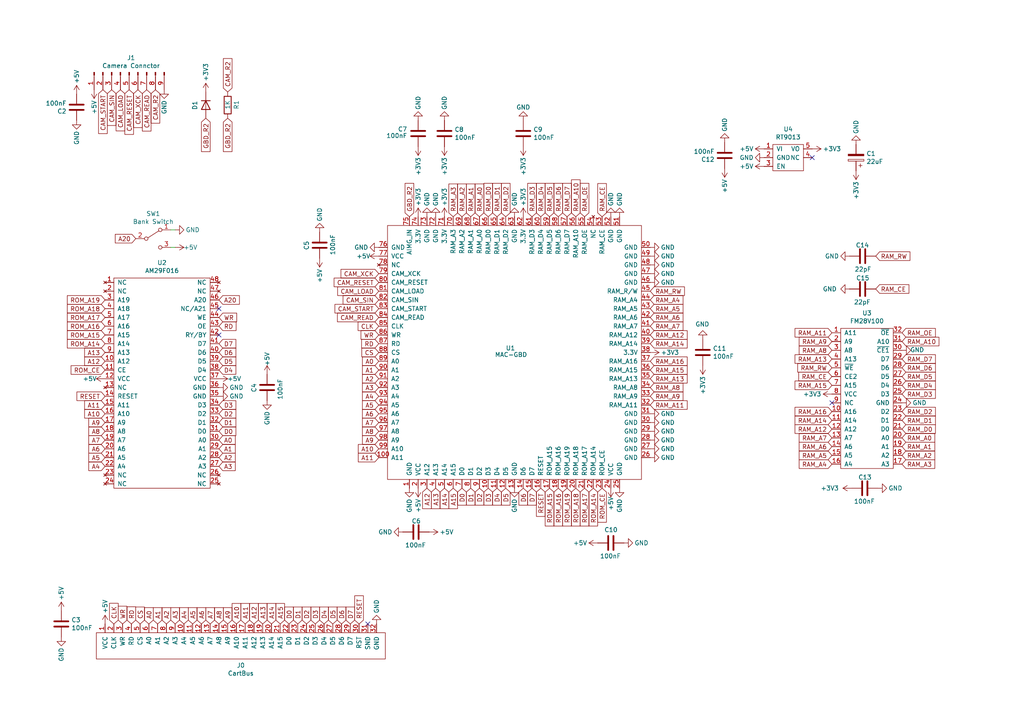
<source format=kicad_sch>
(kicad_sch (version 20230121) (generator eeschema)
  (paper "A4")
  (title_block (title "Gameboy Camera Flashcart Schematic") (date "2023-06-29") (rev "1.0") (company "HDR") (comment 1 "Licensed under CC BY-NC-SA 4.0") (comment 2 "For personal use only"))
  (no_connect (at 63.5 97.155))
  (no_connect (at 235.585 45.72))
  (no_connect (at 63.5 89.535))
  (no_connect (at 241.3 116.84))
  (no_connect (at 106.68 180.975))
  (wire (pts (xy 49.53 71.755) (xy 50.8 71.755)))
  (wire (pts (xy 49.53 66.675) (xy 50.8 66.675)))
  (global_label "RAM_A16" (shape input) (at 241.3 119.38 180) (property "Intersheetrefs" "${INTERSHEET_REFS}" (effects hide)))
  (global_label "D0" (shape input) (at 133.985 141.605 270) (property "Intersheetrefs" "${INTERSHEET_REFS}" (effects hide)))
  (global_label "GBD_R2" (shape input) (at 66.04 34.29 270) (property "Intersheetrefs" "${INTERSHEET_REFS}" (effects hide)))
  (global_label "RAM_A9" (shape input) (at 188.595 114.935 0) (property "Intersheetrefs" "${INTERSHEET_REFS}" (effects hide)))
  (global_label "A2" (shape input) (at 63.5 132.715 0) (property "Intersheetrefs" "${INTERSHEET_REFS}" (effects hide)))
  (global_label "A20" (shape input) (at 39.37 69.215 180) (property "Intersheetrefs" "${INTERSHEET_REFS}" (effects hide)))
  (global_label "RAM_A4" (shape input) (at 241.3 134.62 180) (property "Intersheetrefs" "${INTERSHEET_REFS}" (effects hide)))
  (global_label "A9" (shape input) (at 66.04 180.975 90) (property "Intersheetrefs" "${INTERSHEET_REFS}" (effects hide)))
  (global_label "A12" (shape input) (at 73.66 180.975 90) (property "Intersheetrefs" "${INTERSHEET_REFS}" (effects hide)))
  (global_label "RAM_A10" (shape input) (at 261.62 99.06 0) (property "Intersheetrefs" "${INTERSHEET_REFS}" (effects hide)))
  (global_label "D5" (shape input) (at 63.5 104.775 0) (property "Intersheetrefs" "${INTERSHEET_REFS}" (effects hide)))
  (global_label "RAM_A1" (shape input) (at 261.62 129.54 0) (property "Intersheetrefs" "${INTERSHEET_REFS}" (effects hide)))
  (global_label "RAM_A16" (shape input) (at 188.595 104.775 0) (property "Intersheetrefs" "${INTERSHEET_REFS}" (effects hide)))
  (global_label "D4" (shape input) (at 93.98 180.975 90) (property "Intersheetrefs" "${INTERSHEET_REFS}" (effects hide)))
  (global_label "RAM_A5" (shape input) (at 188.595 89.535 0) (property "Intersheetrefs" "${INTERSHEET_REFS}" (effects hide)))
  (global_label "RAM_A12" (shape input) (at 188.595 97.155 0) (property "Intersheetrefs" "${INTERSHEET_REFS}" (effects hide)))
  (global_label "A11" (shape input) (at 109.855 132.715 180) (property "Intersheetrefs" "${INTERSHEET_REFS}" (effects hide)))
  (global_label "CLK" (shape input) (at 33.02 180.975 90) (property "Intersheetrefs" "${INTERSHEET_REFS}" (effects hide)))
  (global_label "A7" (shape input) (at 60.96 180.975 90) (property "Intersheetrefs" "${INTERSHEET_REFS}" (effects hide)))
  (global_label "A5" (shape input) (at 109.855 117.475 180) (property "Intersheetrefs" "${INTERSHEET_REFS}" (effects hide)))
  (global_label "D3" (shape input) (at 63.5 117.475 0) (property "Intersheetrefs" "${INTERSHEET_REFS}" (effects hide)))
  (global_label "RAM_A14" (shape input) (at 241.3 121.92 180) (property "Intersheetrefs" "${INTERSHEET_REFS}" (effects hide)))
  (global_label "ROM_A19" (shape input) (at 30.48 86.995 180) (property "Intersheetrefs" "${INTERSHEET_REFS}" (effects hide)))
  (global_label "CS" (shape input) (at 109.855 102.235 180) (property "Intersheetrefs" "${INTERSHEET_REFS}" (effects hide)))
  (global_label "WR" (shape input) (at 35.56 180.975 90) (property "Intersheetrefs" "${INTERSHEET_REFS}" (effects hide)))
  (global_label "WR" (shape input) (at 63.5 92.075 0) (property "Intersheetrefs" "${INTERSHEET_REFS}" (effects hide)))
  (global_label "A4" (shape input) (at 109.855 114.935 180) (property "Intersheetrefs" "${INTERSHEET_REFS}" (effects hide)))
  (global_label "ROM_A17" (shape input) (at 30.48 92.075 180) (property "Intersheetrefs" "${INTERSHEET_REFS}" (effects hide)))
  (global_label "A5" (shape input) (at 55.88 180.975 90) (property "Intersheetrefs" "${INTERSHEET_REFS}" (effects hide)))
  (global_label "RAM_A11" (shape input) (at 188.595 117.475 0) (property "Intersheetrefs" "${INTERSHEET_REFS}" (effects hide)))
  (global_label "RAM_D7" (shape input) (at 164.465 62.865 90) (property "Intersheetrefs" "${INTERSHEET_REFS}" (effects hide)))
  (global_label "RAM_CE" (shape input) (at 241.3 109.22 180) (property "Intersheetrefs" "${INTERSHEET_REFS}" (effects hide)))
  (global_label "D7" (shape input) (at 63.5 99.695 0) (property "Intersheetrefs" "${INTERSHEET_REFS}" (effects hide)))
  (global_label "A13" (shape input) (at 76.2 180.975 90) (property "Intersheetrefs" "${INTERSHEET_REFS}" (effects hide)))
  (global_label "RAM_A7" (shape input) (at 188.595 94.615 0) (property "Intersheetrefs" "${INTERSHEET_REFS}" (effects hide)))
  (global_label "RAM_A15" (shape input) (at 241.3 111.76 180) (property "Intersheetrefs" "${INTERSHEET_REFS}" (effects hide)))
  (global_label "RAM_RW" (shape input) (at 241.3 106.68 180) (property "Intersheetrefs" "${INTERSHEET_REFS}" (effects hide)))
  (global_label "D0" (shape input) (at 83.82 180.975 90) (property "Intersheetrefs" "${INTERSHEET_REFS}" (effects hide)))
  (global_label "CAM_START" (shape input) (at 109.855 89.535 180) (property "Intersheetrefs" "${INTERSHEET_REFS}" (effects hide)))
  (global_label "A1" (shape input) (at 109.855 107.315 180) (property "Intersheetrefs" "${INTERSHEET_REFS}" (effects hide)))
  (global_label "RAM_A14" (shape input) (at 188.595 99.695 0) (property "Intersheetrefs" "${INTERSHEET_REFS}" (effects hide)))
  (global_label "CAM_READ" (shape input) (at 42.545 26.035 270) (property "Intersheetrefs" "${INTERSHEET_REFS}" (effects hide)))
  (global_label "D2" (shape input) (at 139.065 141.605 270) (property "Intersheetrefs" "${INTERSHEET_REFS}" (effects hide)))
  (global_label "D4" (shape input) (at 63.5 107.315 0) (property "Intersheetrefs" "${INTERSHEET_REFS}" (effects hide)))
  (global_label "RAM_A0" (shape input) (at 261.62 127 0) (property "Intersheetrefs" "${INTERSHEET_REFS}" (effects hide)))
  (global_label "A3" (shape input) (at 63.5 135.255 0) (property "Intersheetrefs" "${INTERSHEET_REFS}" (effects hide)))
  (global_label "CAM_R2" (shape input) (at 66.04 26.67 90) (property "Intersheetrefs" "${INTERSHEET_REFS}" (effects hide)))
  (global_label "GBD_R2" (shape input) (at 118.745 62.865 90) (property "Intersheetrefs" "${INTERSHEET_REFS}" (effects hide)))
  (global_label "A10" (shape input) (at 109.855 130.175 180) (property "Intersheetrefs" "${INTERSHEET_REFS}" (effects hide)))
  (global_label "ROM_A18" (shape input) (at 30.48 89.535 180) (property "Intersheetrefs" "${INTERSHEET_REFS}" (effects hide)))
  (global_label "ROM_A15" (shape input) (at 30.48 97.155 180) (property "Intersheetrefs" "${INTERSHEET_REFS}" (effects hide)))
  (global_label "A0" (shape input) (at 63.5 127.635 0) (property "Intersheetrefs" "${INTERSHEET_REFS}" (effects hide)))
  (global_label "RAM_A10" (shape input) (at 167.005 62.865 90) (property "Intersheetrefs" "${INTERSHEET_REFS}" (effects hide)))
  (global_label "D6" (shape input) (at 99.06 180.975 90) (property "Intersheetrefs" "${INTERSHEET_REFS}" (effects hide)))
  (global_label "A0" (shape input) (at 43.18 180.975 90) (property "Intersheetrefs" "${INTERSHEET_REFS}" (effects hide)))
  (global_label "CAM_R2" (shape input) (at 45.085 26.035 270) (property "Intersheetrefs" "${INTERSHEET_REFS}" (effects hide)))
  (global_label "RAM_A13" (shape input) (at 188.595 109.855 0) (property "Intersheetrefs" "${INTERSHEET_REFS}" (effects hide)))
  (global_label "A20" (shape input) (at 63.5 86.995 0) (property "Intersheetrefs" "${INTERSHEET_REFS}" (effects hide)))
  (global_label "A2" (shape input) (at 109.855 109.855 180) (property "Intersheetrefs" "${INTERSHEET_REFS}" (effects hide)))
  (global_label "RAM_A4" (shape input) (at 188.595 86.995 0) (property "Intersheetrefs" "${INTERSHEET_REFS}" (effects hide)))
  (global_label "RAM_D1" (shape input) (at 144.145 62.865 90) (property "Intersheetrefs" "${INTERSHEET_REFS}" (effects hide)))
  (global_label "A15" (shape input) (at 131.445 141.605 270) (property "Intersheetrefs" "${INTERSHEET_REFS}" (effects hide)))
  (global_label "A8" (shape input) (at 109.855 125.095 180) (property "Intersheetrefs" "${INTERSHEET_REFS}" (effects hide)))
  (global_label "ROM_A14" (shape input) (at 172.085 141.605 270) (property "Intersheetrefs" "${INTERSHEET_REFS}" (effects hide)))
  (global_label "A15" (shape input) (at 81.28 180.975 90) (property "Intersheetrefs" "${INTERSHEET_REFS}" (effects hide)))
  (global_label "D2" (shape input) (at 88.9 180.975 90) (property "Intersheetrefs" "${INTERSHEET_REFS}" (effects hide)))
  (global_label "A3" (shape input) (at 50.8 180.975 90) (property "Intersheetrefs" "${INTERSHEET_REFS}" (effects hide)))
  (global_label "A10" (shape input) (at 68.58 180.975 90) (property "Intersheetrefs" "${INTERSHEET_REFS}" (effects hide)))
  (global_label "D5" (shape input) (at 96.52 180.975 90) (property "Intersheetrefs" "${INTERSHEET_REFS}" (effects hide)))
  (global_label "RAM_D3" (shape input) (at 154.305 62.865 90) (property "Intersheetrefs" "${INTERSHEET_REFS}" (effects hide)))
  (global_label "A1" (shape input) (at 63.5 130.175 0) (property "Intersheetrefs" "${INTERSHEET_REFS}" (effects hide)))
  (global_label "RAM_A0" (shape input) (at 139.065 62.865 90) (property "Intersheetrefs" "${INTERSHEET_REFS}" (effects hide)))
  (global_label "A13" (shape input) (at 30.48 102.235 180) (property "Intersheetrefs" "${INTERSHEET_REFS}" (effects hide)))
  (global_label "A1" (shape input) (at 45.72 180.975 90) (property "Intersheetrefs" "${INTERSHEET_REFS}" (effects hide)))
  (global_label "CLK" (shape input) (at 109.855 94.615 180) (property "Intersheetrefs" "${INTERSHEET_REFS}" (effects hide)))
  (global_label "D6" (shape input) (at 151.765 141.605 270) (property "Intersheetrefs" "${INTERSHEET_REFS}" (effects hide)))
  (global_label "RAM_A6" (shape input) (at 241.3 129.54 180) (property "Intersheetrefs" "${INTERSHEET_REFS}" (effects hide)))
  (global_label "RAM_A3" (shape input) (at 261.62 134.62 0) (property "Intersheetrefs" "${INTERSHEET_REFS}" (effects hide)))
  (global_label "RESET" (shape input) (at 30.48 114.935 180) (property "Intersheetrefs" "${INTERSHEET_REFS}" (effects hide)))
  (global_label "CAM_SIN" (shape input) (at 32.385 26.035 270) (property "Intersheetrefs" "${INTERSHEET_REFS}" (effects hide)))
  (global_label "A11" (shape input) (at 30.48 117.475 180) (property "Intersheetrefs" "${INTERSHEET_REFS}" (effects hide)))
  (global_label "CAM_LOAD" (shape input) (at 34.925 26.035 270) (property "Intersheetrefs" "${INTERSHEET_REFS}" (effects hide)))
  (global_label "D1" (shape input) (at 86.36 180.975 90) (property "Intersheetrefs" "${INTERSHEET_REFS}" (effects hide)))
  (global_label "D1" (shape input) (at 136.525 141.605 270) (property "Intersheetrefs" "${INTERSHEET_REFS}" (effects hide)))
  (global_label "A8" (shape input) (at 63.5 180.975 90) (property "Intersheetrefs" "${INTERSHEET_REFS}" (effects hide)))
  (global_label "CS" (shape input) (at 40.64 180.975 90) (property "Intersheetrefs" "${INTERSHEET_REFS}" (effects hide)))
  (global_label "CAM_SIN" (shape input) (at 109.855 86.995 180) (property "Intersheetrefs" "${INTERSHEET_REFS}" (effects hide)))
  (global_label "RAM_D3" (shape input) (at 261.62 114.3 0) (property "Intersheetrefs" "${INTERSHEET_REFS}" (effects hide)))
  (global_label "A7" (shape input) (at 30.48 127.635 180) (property "Intersheetrefs" "${INTERSHEET_REFS}" (effects hide)))
  (global_label "RAM_D6" (shape input) (at 261.62 106.68 0) (property "Intersheetrefs" "${INTERSHEET_REFS}" (effects hide)))
  (global_label "RAM_D7" (shape input) (at 261.62 104.14 0) (property "Intersheetrefs" "${INTERSHEET_REFS}" (effects hide)))
  (global_label "RAM_A15" (shape input) (at 188.595 107.315 0) (property "Intersheetrefs" "${INTERSHEET_REFS}" (effects hide)))
  (global_label "A12" (shape input) (at 123.825 141.605 270) (property "Intersheetrefs" "${INTERSHEET_REFS}" (effects hide)))
  (global_label "A4" (shape input) (at 30.48 135.255 180) (property "Intersheetrefs" "${INTERSHEET_REFS}" (effects hide)))
  (global_label "RAM_OE" (shape input) (at 169.545 62.865 90) (property "Intersheetrefs" "${INTERSHEET_REFS}" (effects hide)))
  (global_label "CAM_XCK" (shape input) (at 40.005 26.035 270) (property "Intersheetrefs" "${INTERSHEET_REFS}" (effects hide)))
  (global_label "RAM_A12" (shape input) (at 241.3 124.46 180) (property "Intersheetrefs" "${INTERSHEET_REFS}" (effects hide)))
  (global_label "CAM_XCK" (shape input) (at 109.855 79.375 180) (property "Intersheetrefs" "${INTERSHEET_REFS}" (effects hide)))
  (global_label "CAM_RESET" (shape input) (at 37.465 26.035 270) (property "Intersheetrefs" "${INTERSHEET_REFS}" (effects hide)))
  (global_label "A8" (shape input) (at 30.48 125.095 180) (property "Intersheetrefs" "${INTERSHEET_REFS}" (effects hide)))
  (global_label "RAM_A2" (shape input) (at 133.985 62.865 90) (property "Intersheetrefs" "${INTERSHEET_REFS}" (effects hide)))
  (global_label "ROM_A18" (shape input) (at 167.005 141.605 270) (property "Intersheetrefs" "${INTERSHEET_REFS}" (effects hide)))
  (global_label "RAM_D2" (shape input) (at 146.685 62.865 90) (property "Intersheetrefs" "${INTERSHEET_REFS}" (effects hide)))
  (global_label "RAM_A5" (shape input) (at 241.3 132.08 180) (property "Intersheetrefs" "${INTERSHEET_REFS}" (effects hide)))
  (global_label "ROM_A17" (shape input) (at 169.545 141.605 270) (property "Intersheetrefs" "${INTERSHEET_REFS}" (effects hide)))
  (global_label "RD" (shape input) (at 38.1 180.975 90) (property "Intersheetrefs" "${INTERSHEET_REFS}" (effects hide)))
  (global_label "RAM_D1" (shape input) (at 261.62 121.92 0) (property "Intersheetrefs" "${INTERSHEET_REFS}" (effects hide)))
  (global_label "CAM_READ" (shape input) (at 109.855 92.075 180) (property "Intersheetrefs" "${INTERSHEET_REFS}" (effects hide)))
  (global_label "RD" (shape input) (at 63.5 94.615 0) (property "Intersheetrefs" "${INTERSHEET_REFS}" (effects hide)))
  (global_label "ROM_A16" (shape input) (at 30.48 94.615 180) (property "Intersheetrefs" "${INTERSHEET_REFS}" (effects hide)))
  (global_label "A6" (shape input) (at 109.855 120.015 180) (property "Intersheetrefs" "${INTERSHEET_REFS}" (effects hide)))
  (global_label "CAM_START" (shape input) (at 29.845 26.035 270) (property "Intersheetrefs" "${INTERSHEET_REFS}" (effects hide)))
  (global_label "RAM_A6" (shape input) (at 188.595 92.075 0) (property "Intersheetrefs" "${INTERSHEET_REFS}" (effects hide)))
  (global_label "WR" (shape input) (at 109.855 97.155 180) (property "Intersheetrefs" "${INTERSHEET_REFS}" (effects hide)))
  (global_label "D3" (shape input) (at 91.44 180.975 90) (property "Intersheetrefs" "${INTERSHEET_REFS}" (effects hide)))
  (global_label "RAM_D0" (shape input) (at 141.605 62.865 90) (property "Intersheetrefs" "${INTERSHEET_REFS}" (effects hide)))
  (global_label "ROM_A15" (shape input) (at 159.385 141.605 270) (property "Intersheetrefs" "${INTERSHEET_REFS}" (effects hide)))
  (global_label "RAM_A8" (shape input) (at 188.595 112.395 0) (property "Intersheetrefs" "${INTERSHEET_REFS}" (effects hide)))
  (global_label "RAM_A11" (shape input) (at 241.3 96.52 180) (property "Intersheetrefs" "${INTERSHEET_REFS}" (effects hide)))
  (global_label "ROM_A16" (shape input) (at 161.925 141.605 270) (property "Intersheetrefs" "${INTERSHEET_REFS}" (effects hide)))
  (global_label "D2" (shape input) (at 63.5 120.015 0) (property "Intersheetrefs" "${INTERSHEET_REFS}" (effects hide)))
  (global_label "RAM_D4" (shape input) (at 156.845 62.865 90) (property "Intersheetrefs" "${INTERSHEET_REFS}" (effects hide)))
  (global_label "D0" (shape input) (at 63.5 125.095 0) (property "Intersheetrefs" "${INTERSHEET_REFS}" (effects hide)))
  (global_label "A0" (shape input) (at 109.855 104.775 180) (property "Intersheetrefs" "${INTERSHEET_REFS}" (effects hide)))
  (global_label "RAM_D4" (shape input) (at 261.62 111.76 0) (property "Intersheetrefs" "${INTERSHEET_REFS}" (effects hide)))
  (global_label "RAM_CE" (shape input) (at 174.625 62.865 90) (property "Intersheetrefs" "${INTERSHEET_REFS}" (effects hide)))
  (global_label "A3" (shape input) (at 109.855 112.395 180) (property "Intersheetrefs" "${INTERSHEET_REFS}" (effects hide)))
  (global_label "ROM_CE" (shape input) (at 30.48 107.315 180) (property "Intersheetrefs" "${INTERSHEET_REFS}" (effects hide)))
  (global_label "D7" (shape input) (at 101.6 180.975 90) (property "Intersheetrefs" "${INTERSHEET_REFS}" (effects hide)))
  (global_label "ROM_A14" (shape input) (at 30.48 99.695 180) (property "Intersheetrefs" "${INTERSHEET_REFS}" (effects hide)))
  (global_label "A6" (shape input) (at 30.48 130.175 180) (property "Intersheetrefs" "${INTERSHEET_REFS}" (effects hide)))
  (global_label "RAM_A3" (shape input) (at 131.445 62.865 90) (property "Intersheetrefs" "${INTERSHEET_REFS}" (effects hide)))
  (global_label "D1" (shape input) (at 63.5 122.555 0) (property "Intersheetrefs" "${INTERSHEET_REFS}" (effects hide)))
  (global_label "A11" (shape input) (at 71.12 180.975 90) (property "Intersheetrefs" "${INTERSHEET_REFS}" (effects hide)))
  (global_label "RAM_D2" (shape input) (at 261.62 119.38 0) (property "Intersheetrefs" "${INTERSHEET_REFS}" (effects hide)))
  (global_label "A9" (shape input) (at 109.855 127.635 180) (property "Intersheetrefs" "${INTERSHEET_REFS}" (effects hide)))
  (global_label "RAM_D5" (shape input) (at 159.385 62.865 90) (property "Intersheetrefs" "${INTERSHEET_REFS}" (effects hide)))
  (global_label "ROM_A19" (shape input) (at 164.465 141.605 270) (property "Intersheetrefs" "${INTERSHEET_REFS}" (effects hide)))
  (global_label "A9" (shape input) (at 30.48 122.555 180) (property "Intersheetrefs" "${INTERSHEET_REFS}" (effects hide)))
  (global_label "RAM_CE" (shape input) (at 254 83.82 0) (property "Intersheetrefs" "${INTERSHEET_REFS}" (effects hide)))
  (global_label "A2" (shape input) (at 48.26 180.975 90) (property "Intersheetrefs" "${INTERSHEET_REFS}" (effects hide)))
  (global_label "RAM_A1" (shape input) (at 136.525 62.865 90) (property "Intersheetrefs" "${INTERSHEET_REFS}" (effects hide)))
  (global_label "A14" (shape input) (at 128.905 141.605 270) (property "Intersheetrefs" "${INTERSHEET_REFS}" (effects hide)))
  (global_label "RESET" (shape input) (at 156.845 141.605 270) (property "Intersheetrefs" "${INTERSHEET_REFS}" (effects hide)))
  (global_label "CAM_LOAD" (shape input) (at 109.855 84.455 180) (property "Intersheetrefs" "${INTERSHEET_REFS}" (effects hide)))
  (global_label "RAM_A7" (shape input) (at 241.3 127 180) (property "Intersheetrefs" "${INTERSHEET_REFS}" (effects hide)))
  (global_label "ROM_CE" (shape input) (at 174.625 141.605 270) (property "Intersheetrefs" "${INTERSHEET_REFS}" (effects hide)))
  (global_label "RAM_A9" (shape input) (at 241.3 99.06 180) (property "Intersheetrefs" "${INTERSHEET_REFS}" (effects hide)))
  (global_label "RAM_OE" (shape input) (at 261.62 96.52 0) (property "Intersheetrefs" "${INTERSHEET_REFS}" (effects hide)))
  (global_label "RAM_D6" (shape input) (at 161.925 62.865 90) (property "Intersheetrefs" "${INTERSHEET_REFS}" (effects hide)))
  (global_label "CAM_RESET" (shape input) (at 109.855 81.915 180) (property "Intersheetrefs" "${INTERSHEET_REFS}" (effects hide)))
  (global_label "RAM_RW" (shape input) (at 188.595 84.455 0) (property "Intersheetrefs" "${INTERSHEET_REFS}" (effects hide)))
  (global_label "RESET" (shape input) (at 104.14 180.975 90) (property "Intersheetrefs" "${INTERSHEET_REFS}" (effects hide)))
  (global_label "A4" (shape input) (at 53.34 180.975 90) (property "Intersheetrefs" "${INTERSHEET_REFS}" (effects hide)))
  (global_label "A12" (shape input) (at 30.48 104.775 180) (property "Intersheetrefs" "${INTERSHEET_REFS}" (effects hide)))
  (global_label "RAM_A8" (shape input) (at 241.3 101.6 180) (property "Intersheetrefs" "${INTERSHEET_REFS}" (effects hide)))
  (global_label "D5" (shape input) (at 146.685 141.605 270) (property "Intersheetrefs" "${INTERSHEET_REFS}" (effects hide)))
  (global_label "RAM_A2" (shape input) (at 261.62 132.08 0) (property "Intersheetrefs" "${INTERSHEET_REFS}" (effects hide)))
  (global_label "RD" (shape input) (at 109.855 99.695 180) (property "Intersheetrefs" "${INTERSHEET_REFS}" (effects hide)))
  (global_label "A10" (shape input) (at 30.48 120.015 180) (property "Intersheetrefs" "${INTERSHEET_REFS}" (effects hide)))
  (global_label "GBD_R2" (shape input) (at 59.69 34.29 270) (property "Intersheetrefs" "${INTERSHEET_REFS}" (effects hide)))
  (global_label "A14" (shape input) (at 78.74 180.975 90) (property "Intersheetrefs" "${INTERSHEET_REFS}" (effects hide)))
  (global_label "A5" (shape input) (at 30.48 132.715 180) (property "Intersheetrefs" "${INTERSHEET_REFS}" (effects hide)))
  (global_label "D6" (shape input) (at 63.5 102.235 0) (property "Intersheetrefs" "${INTERSHEET_REFS}" (effects hide)))
  (global_label "D3" (shape input) (at 141.605 141.605 270) (property "Intersheetrefs" "${INTERSHEET_REFS}" (effects hide)))
  (global_label "D4" (shape input) (at 144.145 141.605 270) (property "Intersheetrefs" "${INTERSHEET_REFS}" (effects hide)))
  (global_label "A6" (shape input) (at 58.42 180.975 90) (property "Intersheetrefs" "${INTERSHEET_REFS}" (effects hide)))
  (global_label "D7" (shape input) (at 154.305 141.605 270) (property "Intersheetrefs" "${INTERSHEET_REFS}" (effects hide)))
  (global_label "A13" (shape input) (at 126.365 141.605 270) (property "Intersheetrefs" "${INTERSHEET_REFS}" (effects hide)))
  (global_label "RAM_RW" (shape input) (at 254 74.295 0) (property "Intersheetrefs" "${INTERSHEET_REFS}" (effects hide)))
  (global_label "RAM_D5" (shape input) (at 261.62 109.22 0) (property "Intersheetrefs" "${INTERSHEET_REFS}" (effects hide)))
  (global_label "RAM_A13" (shape input) (at 241.3 104.14 180) (property "Intersheetrefs" "${INTERSHEET_REFS}" (effects hide)))
  (global_label "A7" (shape input) (at 109.855 122.555 180) (property "Intersheetrefs" "${INTERSHEET_REFS}" (effects hide)))
  (global_label "RAM_D0" (shape input) (at 261.62 124.46 0) (property "Intersheetrefs" "${INTERSHEET_REFS}" (effects hide)))
  (symbol (lib_id "MAC-GBD-Flashcart-rescue:CartBus-Gameboy") (at 45.72 183.515 0) (unit 1)
    (property "Reference" "J0" (at 69.85 192.9892 0))
    (property "Value" "CartBus" (at 69.85 195.3006 0))
    (property "Footprint" "Connector_GameBoy:GameBoy_GamePak_CGB-002_P1.50mm_Edge" (effects hide))
  )
  (symbol (lib_id "custom:MAC-GBD") (at 147.955 100.965 0) (unit 1)
    (property "Reference" "U1" (at 146.685 100.965 0) (effects (justify left)))
    (property "Value" "MAC-GBD" (at 143.51 102.87 0) (effects (justify left)))
    (property "Footprint" "Package_QFP:LQFP-100_14x14mm_P0.5mm" (effects hide))
  )
  (symbol (lib_id "Connector:Conn_01x09_Male") (at 37.465 20.955 90) (mirror x) (unit 1)
    (property "Reference" "J1" (at 38.0238 16.764 90))
    (property "Value" "Camera Connctor" (at 38.0238 19.0754 90))
    (property "Footprint" "Custom:JST_B9B-ZR-SM4-TF" (effects hide))
  )
  (symbol (lib_id "power:GND") (at 109.22 180.975 180) (unit 1)
    (property "Reference" "#PWR0101" (effects hide))
    (property "Value" "GND" (at 109.22 175.895 90))
  )
  (symbol (lib_id "power:GND") (at 116.84 154.305 270) (unit 1)
    (property "Reference" "#PWR0122" (effects hide))
    (property "Value" "GND" (at 111.76 154.305 90))
  )
  (symbol (lib_id "power:GND") (at 109.855 71.755 270) (unit 1)
    (property "Reference" "#PWR0146" (effects hide))
    (property "Value" "GND" (at 104.775 71.755 90))
  )
  (symbol (lib_id "power:GND") (at 177.165 62.865 180) (unit 1)
    (property "Reference" "#PWR0145" (effects hide))
    (property "Value" "GND" (at 177.165 57.785 90))
  )
  (symbol (lib_id "power:GND") (at 179.705 62.865 180) (unit 1)
    (property "Reference" "#PWR0144" (effects hide))
    (property "Value" "GND" (at 179.705 57.785 90))
  )
  (symbol (lib_id "power:GND") (at 188.595 71.755 90) (unit 1)
    (property "Reference" "#PWR0143" (effects hide))
    (property "Value" "GND" (at 193.675 71.755 90))
  )
  (symbol (lib_id "power:GND") (at 188.595 74.295 90) (unit 1)
    (property "Reference" "#PWR0142" (effects hide))
    (property "Value" "GND" (at 193.675 74.295 90))
  )
  (symbol (lib_id "power:GND") (at 188.595 76.835 90) (unit 1)
    (property "Reference" "#PWR0141" (effects hide))
    (property "Value" "GND" (at 193.675 76.835 90))
  )
  (symbol (lib_id "power:GND") (at 188.595 79.375 90) (unit 1)
    (property "Reference" "#PWR0140" (effects hide))
    (property "Value" "GND" (at 193.675 79.375 90))
  )
  (symbol (lib_id "power:GND") (at 188.595 81.915 90) (unit 1)
    (property "Reference" "#PWR0139" (effects hide))
    (property "Value" "GND" (at 193.675 81.915 90))
  )
  (symbol (lib_id "power:GND") (at 188.595 120.015 90) (unit 1)
    (property "Reference" "#PWR0138" (effects hide))
    (property "Value" "GND" (at 193.675 120.015 90))
  )
  (symbol (lib_id "power:GND") (at 188.595 122.555 90) (unit 1)
    (property "Reference" "#PWR0137" (effects hide))
    (property "Value" "GND" (at 193.675 122.555 90))
  )
  (symbol (lib_id "power:GND") (at 188.595 125.095 90) (unit 1)
    (property "Reference" "#PWR0136" (effects hide))
    (property "Value" "GND" (at 193.675 125.095 90))
  )
  (symbol (lib_id "power:GND") (at 188.595 127.635 90) (unit 1)
    (property "Reference" "#PWR0135" (effects hide))
    (property "Value" "GND" (at 193.675 127.635 90))
  )
  (symbol (lib_id "power:GND") (at 188.595 130.175 90) (unit 1)
    (property "Reference" "#PWR0134" (effects hide))
    (property "Value" "GND" (at 193.675 130.175 90))
  )
  (symbol (lib_id "power:GND") (at 188.595 132.715 90) (unit 1)
    (property "Reference" "#PWR0131" (effects hide))
    (property "Value" "GND" (at 193.675 132.715 90))
  )
  (symbol (lib_id "power:GND") (at 179.705 141.605 0) (unit 1)
    (property "Reference" "#PWR0133" (effects hide))
    (property "Value" "GND" (at 179.705 146.685 90))
  )
  (symbol (lib_id "power:GND") (at 149.225 62.865 180) (unit 1)
    (property "Reference" "#PWR0132" (effects hide))
    (property "Value" "GND" (at 149.225 57.785 90))
  )
  (symbol (lib_id "power:+5V") (at 30.48 180.975 0) (unit 1)
    (property "Reference" "#PWR0102" (effects hide))
    (property "Value" "+5V" (at 30.48 175.895 90))
  )
  (symbol (lib_id "power:+5V") (at 27.305 26.035 180) (unit 1)
    (property "Reference" "#PWR0103" (effects hide))
    (property "Value" "+5V" (at 27.305 31.115 90))
  )
  (symbol (lib_id "power:GND") (at 47.625 26.035 0) (unit 1)
    (property "Reference" "#PWR0104" (effects hide))
    (property "Value" "GND" (at 47.625 31.115 90))
  )
  (symbol (lib_id "Device:R") (at 66.04 30.48 0) (unit 1)
    (property "Reference" "R1" (at 68.58 31.75 90) (effects (justify left)))
    (property "Value" "1K" (at 66.04 31.75 90) (effects (justify left)))
    (property "Footprint" "Resistor_SMD:R_0603_1608Metric" (effects hide))
  )
  (symbol (lib_id "Device:D") (at 59.69 30.48 270) (unit 1)
    (property "Reference" "D1" (at 56.515 29.21 0) (effects (justify left)))
    (property "Value" "Diode" (effects hide))
    (property "Footprint" "Diode_SMD:D_SOD-123" (effects hide))
  )
  (symbol (lib_id "power:+3.3V") (at 59.69 26.67 0) (unit 1)
    (property "Reference" "#PWR0105" (effects hide))
    (property "Value" "+3.3V" (at 59.69 20.955 90))
  )
  (symbol (lib_id "power:+3.3V") (at 121.285 62.865 0) (unit 1)
    (property "Reference" "#PWR0106" (effects hide))
    (property "Value" "+3.3V" (at 121.285 57.15 90))
  )
  (symbol (lib_id "MAC-GBD-Flashcart-rescue:FM28V100-custom") (at 251.46 115.57 0) (unit 1)
    (property "Reference" "U3" (at 251.46 90.805 0))
    (property "Value" "FM28V100" (at 251.46 93.1164 0))
    (property "Footprint" "Package_SO:TSOP-I-32_11.8x8mm_P0.5mm" (effects hide))
  )
  (symbol (lib_id "power:+3.3V") (at 128.905 62.865 0) (unit 1)
    (property "Reference" "#PWR0130" (effects hide))
    (property "Value" "+3.3V" (at 128.905 57.15 90))
  )
  (symbol (lib_id "power:GND") (at 123.825 62.865 180) (unit 1)
    (property "Reference" "#PWR0129" (effects hide))
    (property "Value" "GND" (at 123.825 57.785 90))
  )
  (symbol (lib_id "power:GND") (at 126.365 62.865 180) (unit 1)
    (property "Reference" "#PWR0128" (effects hide))
    (property "Value" "GND" (at 126.365 57.785 90))
  )
  (symbol (lib_id "power:GND") (at 149.225 141.605 0) (unit 1)
    (property "Reference" "#PWR0127" (effects hide))
    (property "Value" "GND" (at 149.225 146.685 90))
  )
  (symbol (lib_id "power:+5V") (at 177.165 141.605 180) (unit 1)
    (property "Reference" "#PWR0125" (effects hide))
    (property "Value" "+5V" (at 177.165 146.05 90))
  )
  (symbol (lib_id "power:+5V") (at 109.855 74.295 90) (unit 1)
    (property "Reference" "#PWR0107" (effects hide))
    (property "Value" "+5V" (at 105.41 74.295 90))
  )
  (symbol (lib_id "power:+3.3V") (at 188.595 102.235 270) (unit 1)
    (property "Reference" "#PWR0126" (effects hide))
    (property "Value" "+3.3V" (at 194.31 102.235 90))
  )
  (symbol (lib_id "power:+3.3V") (at 151.765 62.865 0) (unit 1)
    (property "Reference" "#PWR0108" (effects hide))
    (property "Value" "+3.3V" (at 151.765 57.15 90))
  )
  (symbol (lib_id "power:+5V") (at 121.285 141.605 180) (unit 1)
    (property "Reference" "#PWR0123" (effects hide))
    (property "Value" "+5V" (at 121.285 146.685 90))
  )
  (symbol (lib_id "power:GND") (at 261.62 116.84 90) (unit 1)
    (property "Reference" "#PWR0157" (effects hide))
    (property "Value" "GND" (at 266.7 116.84 90))
  )
  (symbol (lib_id "power:GND") (at 63.5 112.395 90) (unit 1)
    (property "Reference" "#PWR0161" (effects hide))
    (property "Value" "GND" (at 68.58 112.395 90))
  )
  (symbol (lib_id "power:+5V") (at 77.47 108.585 0) (unit 1)
    (property "Reference" "#PWR0164" (effects hide))
    (property "Value" "+5V" (at 77.47 104.14 90))
  )
  (symbol (lib_id "power:GND") (at 22.225 34.925 0) (unit 1)
    (property "Reference" "#PWR0115" (effects hide))
    (property "Value" "GND" (at 22.225 40.005 90))
  )
  (symbol (lib_id "power:GND") (at 77.47 116.205 0) (unit 1)
    (property "Reference" "#PWR0163" (effects hide))
    (property "Value" "GND" (at 77.47 121.285 90))
  )
  (symbol (lib_id "custom:AM29F016") (at 45.72 79.375 0) (unit 1)
    (property "Reference" "U2" (at 46.99 76.2 0))
    (property "Value" "AM29F016" (at 46.99 78.5114 0))
    (property "Footprint" "Custom:AM29F0XX" (effects hide))
  )
  (symbol (lib_id "power:GND") (at 17.78 184.785 0) (unit 1)
    (property "Reference" "#PWR0116" (effects hide))
    (property "Value" "GND" (at 17.78 189.865 90))
  )
  (symbol (lib_id "power:+5V") (at 30.48 109.855 90) (unit 1)
    (property "Reference" "#PWR0160" (effects hide))
    (property "Value" "+5V" (at 26.035 109.855 90))
  )
  (symbol (lib_id "power:+5V") (at 63.5 109.855 270) (unit 1)
    (property "Reference" "#PWR0162" (effects hide))
    (property "Value" "+5V" (at 67.945 109.855 90))
  )
  (symbol (lib_id "power:GND") (at 180.975 157.48 90) (unit 1)
    (property "Reference" "#PWR0124" (effects hide))
    (property "Value" "GND" (at 186.055 157.48 90))
  )
  (symbol (lib_id "power:GND") (at 118.745 141.605 0) (unit 1)
    (property "Reference" "#PWR0121" (effects hide))
    (property "Value" "GND" (at 118.745 146.685 90))
  )
  (symbol (lib_id "power:GND") (at 254.635 141.605 90) (unit 1)
    (property "Reference" "#PWR0158" (effects hide))
    (property "Value" "GND" (at 259.715 141.605 90))
  )
  (symbol (lib_id "power:GND") (at 63.5 114.935 90) (unit 1)
    (property "Reference" "#PWR0165" (effects hide))
    (property "Value" "GND" (at 68.58 114.935 90))
  )
  (symbol (lib_id "power:GND") (at 151.765 34.925 180) (unit 1)
    (property "Reference" "#PWR0117" (effects hide))
    (property "Value" "GND" (at 151.765 31.115 0))
  )
  (symbol (lib_id "power:GND") (at 92.71 67.31 180) (unit 1)
    (property "Reference" "#PWR0120" (effects hide))
    (property "Value" "GND" (at 92.71 62.23 90))
  )
  (symbol (lib_id "power:GND") (at 121.285 34.925 180) (unit 1)
    (property "Reference" "#PWR0118" (effects hide))
    (property "Value" "GND" (at 121.285 29.845 90))
  )
  (symbol (lib_id "power:GND") (at 128.905 34.925 180) (unit 1)
    (property "Reference" "#PWR0119" (effects hide))
    (property "Value" "GND" (at 128.905 29.845 90))
  )
  (symbol (lib_id "MAC-GBD-Flashcart-rescue:SW_SPDT-Switch-MAC-GBD-Flashcart-rescue") (at 44.45 69.215 0) (unit 1)
    (property "Reference" "SW1" (at 44.45 61.976 0))
    (property "Value" "Bank Switch" (at 44.45 64.2874 0))
    (property "Footprint" "Custom:SW_SPDT-K3-1296S-E1" (effects hide))
  )
  (symbol (lib_id "power:GND") (at 50.8 66.675 90) (unit 1)
    (property "Reference" "#PWR0111" (effects hide))
    (property "Value" "GND" (at 55.88 66.675 90))
  )
  (symbol (lib_id "power:+5V") (at 50.8 71.755 270) (unit 1)
    (property "Reference" "#PWR0112" (effects hide))
    (property "Value" "+5V" (at 55.245 71.755 90))
  )
  (symbol (lib_id "power:GND") (at 203.835 98.425 180) (unit 1)
    (property "Reference" "#PWR0147" (effects hide))
    (property "Value" "GND" (at 203.708 94.0308 0))
  )
  (symbol (lib_id "Device:CP") (at 248.285 45.72 180) (unit 1)
    (property "Reference" "C1" (at 251.2822 44.5516 0) (effects (justify right)))
    (property "Value" "22uF" (at 251.2822 46.863 0) (effects (justify right)))
    (property "Footprint" "Capacitor_SMD:CP_Elec_4x4.5" (effects hide))
  )
  (symbol (lib_id "power:GND") (at 248.285 41.91 180) (unit 1)
    (property "Reference" "#PWR0148" (effects hide))
    (property "Value" "GND" (at 248.285 36.83 90))
  )
  (symbol (lib_id "power:+3.3V") (at 241.3 114.3 90) (unit 1)
    (property "Reference" "#PWR0113" (effects hide))
    (property "Value" "+3.3V" (at 235.585 114.3 90))
  )
  (symbol (lib_id "MAC-GBD-Flashcart-rescue:RT9013-custom") (at 227.965 41.91 0) (unit 1)
    (property "Reference" "U4" (at 228.6 37.465 0))
    (property "Value" "RT9013" (at 228.6 39.7764 0))
    (property "Footprint" "Package_TO_SOT_SMD:SOT-23-5" (effects hide))
  )
  (symbol (lib_id "power:+3.3V") (at 235.585 43.18 270) (unit 1)
    (property "Reference" "#PWR0149" (effects hide))
    (property "Value" "+3.3V" (at 241.3 43.18 90))
  )
  (symbol (lib_id "power:+5V") (at 221.615 48.26 90) (unit 1)
    (property "Reference" "#PWR0150" (effects hide))
    (property "Value" "+5V" (at 216.535 48.26 90))
  )
  (symbol (lib_id "power:GND") (at 221.615 45.72 270) (unit 1)
    (property "Reference" "#PWR0151" (effects hide))
    (property "Value" "GND" (at 216.535 45.72 90))
  )
  (symbol (lib_id "power:GND") (at 210.185 41.275 180) (unit 1)
    (property "Reference" "#PWR0152" (effects hide))
    (property "Value" "GND" (at 210.185 36.195 90))
  )
  (symbol (lib_id "Device:C") (at 92.71 71.12 180) (unit 1)
    (property "Reference" "C5" (at 88.9 69.85 90) (effects (justify left)))
    (property "Value" "100nF" (at 96.52 67.945 90) (effects (justify left)))
    (property "Footprint" "Capacitor_SMD:C_0402_1005Metric" (effects hide))
  )
  (symbol (lib_id "Device:C") (at 77.47 112.395 180) (unit 1)
    (property "Reference" "C4" (at 73.66 111.125 90) (effects (justify left)))
    (property "Value" "100nF" (at 81.28 109.855 90) (effects (justify left)))
    (property "Footprint" "Capacitor_SMD:C_0603_1608Metric" (effects hide))
  )
  (symbol (lib_id "Device:C") (at 17.78 180.975 0) (unit 1)
    (property "Reference" "C3" (at 20.701 179.8066 0) (effects (justify left)))
    (property "Value" "100nF" (at 20.701 182.118 0) (effects (justify left)))
    (property "Footprint" "Capacitor_SMD:C_0603_1608Metric" (effects hide))
  )
  (symbol (lib_id "Device:C") (at 22.225 31.115 180) (unit 1)
    (property "Reference" "C2" (at 19.304 32.2834 0) (effects (justify left)))
    (property "Value" "100nF" (at 19.304 29.972 0) (effects (justify left)))
    (property "Footprint" "Capacitor_SMD:C_0603_1608Metric" (effects hide))
  )
  (symbol (lib_id "Device:C") (at 121.285 38.735 180) (unit 1)
    (property "Reference" "C7" (at 118.11 37.465 0) (effects (justify left)))
    (property "Value" "100nF" (at 118.11 39.37 0) (effects (justify left)))
    (property "Footprint" "Capacitor_SMD:C_0402_1005Metric" (effects hide))
  )
  (symbol (lib_id "Device:C") (at 128.905 38.735 0) (unit 1)
    (property "Reference" "C8" (at 131.826 37.5666 0) (effects (justify left)))
    (property "Value" "100nF" (at 131.826 39.878 0) (effects (justify left)))
    (property "Footprint" "Capacitor_SMD:C_0402_1005Metric" (effects hide))
  )
  (symbol (lib_id "Device:C") (at 151.765 38.735 0) (unit 1)
    (property "Reference" "C9" (at 154.686 37.5666 0) (effects (justify left)))
    (property "Value" "100nF" (at 154.686 39.878 0) (effects (justify left)))
    (property "Footprint" "Capacitor_SMD:C_0402_1005Metric" (effects hide))
  )
  (symbol (lib_id "Device:C") (at 210.185 45.085 180) (unit 1)
    (property "Reference" "C12" (at 207.264 46.2534 0) (effects (justify left)))
    (property "Value" "100nF" (at 207.264 43.942 0) (effects (justify left)))
    (property "Footprint" "Capacitor_SMD:C_0603_1608Metric" (effects hide))
  )
  (symbol (lib_id "Device:C") (at 203.835 102.235 0) (unit 1)
    (property "Reference" "C11" (at 206.756 101.0666 0) (effects (justify left)))
    (property "Value" "100nF" (at 206.756 103.378 0) (effects (justify left)))
    (property "Footprint" "Capacitor_SMD:C_0402_1005Metric" (effects hide))
  )
  (symbol (lib_id "Device:C") (at 250.825 141.605 270) (unit 1)
    (property "Reference" "C13" (at 248.92 138.43 90) (effects (justify left)))
    (property "Value" "100nF" (at 247.65 145.415 90) (effects (justify left)))
    (property "Footprint" "Capacitor_SMD:C_0603_1608Metric" (effects hide))
  )
  (symbol (lib_id "Device:C") (at 177.165 157.48 270) (unit 1)
    (property "Reference" "C10" (at 175.26 153.67 90) (effects (justify left)))
    (property "Value" "100nF" (at 173.99 161.29 90) (effects (justify left)))
    (property "Footprint" "Capacitor_SMD:C_0402_1005Metric" (effects hide))
  )
  (symbol (lib_id "Device:C") (at 120.65 154.305 270) (unit 1)
    (property "Reference" "C6" (at 119.38 151.13 90) (effects (justify left)))
    (property "Value" "100nF" (at 117.475 158.115 90) (effects (justify left)))
    (property "Footprint" "Capacitor_SMD:C_0402_1005Metric" (effects hide))
  )
  (symbol (lib_id "Device:C") (at 250.19 74.295 270) (unit 1)
    (property "Reference" "C14" (at 252.095 71.12 90) (effects (justify right)))
    (property "Value" "22pF" (at 252.73 78.105 90) (effects (justify right)))
    (property "Footprint" "Capacitor_SMD:C_0603_1608Metric" (effects hide))
  )
  (symbol (lib_id "power:GND") (at 246.38 74.295 270) (unit 1)
    (property "Reference" "#PWR01" (effects hide))
    (property "Value" "GND" (at 241.3 74.295 90))
  )
  (symbol (lib_id "power:+3.3V") (at 247.015 141.605 90) (unit 1)
    (property "Reference" "#PWR03" (effects hide))
    (property "Value" "+3.3V" (at 240.665 141.605 90))
  )
  (symbol (lib_id "Device:C") (at 250.19 83.82 90) (unit 1)
    (property "Reference" "C15" (at 248.285 80.645 90) (effects (justify right)))
    (property "Value" "22pF" (at 247.65 87.63 90) (effects (justify right)))
    (property "Footprint" "Capacitor_SMD:C_0603_1608Metric" (effects hide))
  )
  (symbol (lib_id "power:GND") (at 261.62 101.6 90) (unit 1)
    (property "Reference" "#PWR?" (effects hide))
    (property "Value" "GND" (at 266.0142 101.473 90))
  )
  (symbol (lib_id "power:+3.3V") (at 203.835 106.045 180) (unit 1)
    (property "Reference" "#PWR013" (effects hide))
    (property "Value" "+3.3V" (at 203.835 111.76 90))
  )
  (symbol (lib_id "power:+3.3V") (at 151.765 42.545 180) (unit 1)
    (property "Reference" "#PWR09" (effects hide))
    (property "Value" "+3.3V" (at 151.765 48.26 90))
  )
  (symbol (lib_id "power:+5V") (at 22.225 27.305 0) (unit 1)
    (property "Reference" "#PWR015" (effects hide))
    (property "Value" "+5V" (at 22.225 22.225 90))
  )
  (symbol (lib_id "power:GND") (at 246.38 83.82 270) (unit 1)
    (property "Reference" "#PWR04" (effects hide))
    (property "Value" "GND" (at 240.665 83.82 90))
  )
  (symbol (lib_id "power:+5V") (at 210.185 48.895 180) (unit 1)
    (property "Reference" "#PWR012" (effects hide))
    (property "Value" "+5V" (at 210.185 53.975 90))
  )
  (symbol (lib_id "power:+3.3V") (at 121.285 42.545 180) (unit 1)
    (property "Reference" "#PWR07" (effects hide))
    (property "Value" "+3.3V" (at 121.285 48.26 90))
  )
  (symbol (lib_id "power:+5V") (at 221.615 43.18 90) (unit 1)
    (property "Reference" "#PWR011" (effects hide))
    (property "Value" "+5V" (at 216.535 43.18 90))
  )
  (symbol (lib_id "power:+5V") (at 92.71 74.93 180) (unit 1)
    (property "Reference" "#PWR06" (effects hide))
    (property "Value" "+5V" (at 92.71 80.01 90))
  )
  (symbol (lib_id "power:+5V") (at 173.355 157.48 90) (unit 1)
    (property "Reference" "#PWR02" (effects hide))
    (property "Value" "+5V" (at 168.275 157.48 90))
  )
  (symbol (lib_id "power:+5V") (at 124.46 154.305 270) (unit 1)
    (property "Reference" "#PWR05" (effects hide))
    (property "Value" "+5V" (at 129.54 154.305 90))
  )
  (symbol (lib_id "power:+5V") (at 17.78 177.165 0) (unit 1)
    (property "Reference" "#PWR014" (effects hide))
    (property "Value" "+5V" (at 17.78 172.085 90))
  )
  (symbol (lib_id "power:+3.3V") (at 248.285 49.53 180) (unit 1)
    (property "Reference" "#PWR010" (effects hide))
    (property "Value" "+3.3V" (at 248.285 55.245 90))
  )
  (symbol (lib_id "power:+3.3V") (at 128.905 42.545 180) (unit 1)
    (property "Reference" "#PWR08" (effects hide))
    (property "Value" "+3.3V" (at 128.905 48.26 90))
  )
)
</source>
